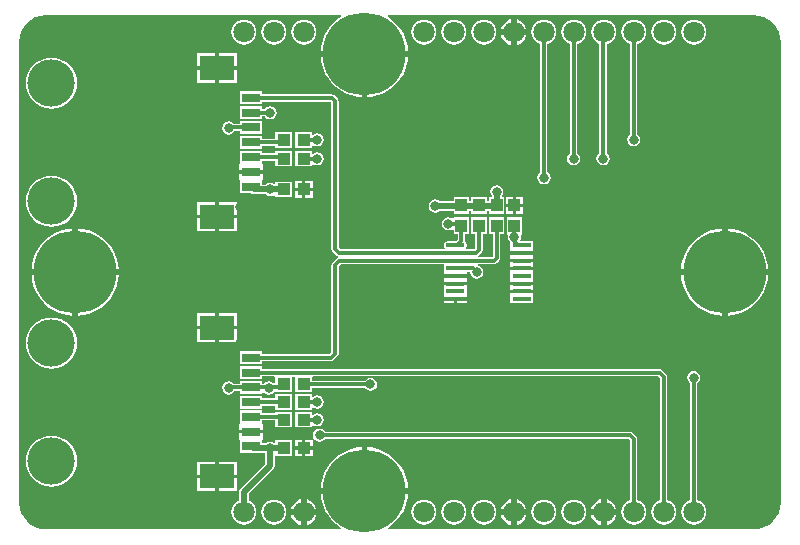
<source format=gtl>
G04 Layer_Physical_Order=1*
G04 Layer_Color=255*
%FSLAX44Y44*%
%MOMM*%
G71*
G01*
G75*
%ADD10R,1.1000X1.0000*%
%ADD11R,1.0000X1.1000*%
%ADD12R,1.6000X0.8000*%
%ADD13R,3.0000X2.1000*%
G04:AMPARAMS|DCode=14|XSize=1.6mm|YSize=0.35mm|CornerRadius=0.0875mm|HoleSize=0mm|Usage=FLASHONLY|Rotation=0.000|XOffset=0mm|YOffset=0mm|HoleType=Round|Shape=RoundedRectangle|*
%AMROUNDEDRECTD14*
21,1,1.6000,0.1750,0,0,0.0*
21,1,1.4250,0.3500,0,0,0.0*
1,1,0.1750,0.7125,-0.0875*
1,1,0.1750,-0.7125,-0.0875*
1,1,0.1750,-0.7125,0.0875*
1,1,0.1750,0.7125,0.0875*
%
%ADD14ROUNDEDRECTD14*%
%ADD15R,1.6000X0.3500*%
%ADD16C,0.3000*%
%ADD17C,0.5000*%
%ADD18C,7.0000*%
%ADD19C,4.0000*%
%ADD20C,1.8000*%
%ADD21C,0.8000*%
G36*
X629386Y217049D02*
X633603Y215770D01*
X637490Y213692D01*
X640897Y210897D01*
X643692Y207490D01*
X645770Y203603D01*
X647049Y199386D01*
X647471Y195102D01*
X647451Y195000D01*
Y-195000D01*
X647471Y-195102D01*
X647049Y-199386D01*
X645770Y-203603D01*
X643692Y-207490D01*
X640897Y-210897D01*
X637490Y-213692D01*
X633603Y-215770D01*
X629386Y-217049D01*
X625102Y-217471D01*
X625000Y-217451D01*
X315198D01*
X314853Y-216229D01*
X316815Y-215026D01*
X321244Y-211244D01*
X325026Y-206815D01*
X328069Y-201850D01*
X330298Y-196469D01*
X331657Y-190806D01*
X331918Y-187500D01*
X295000D01*
X258082D01*
X258342Y-190806D01*
X259702Y-196469D01*
X261931Y-201850D01*
X264974Y-206815D01*
X268756Y-211244D01*
X273185Y-215026D01*
X275147Y-216229D01*
X274802Y-217451D01*
X25000D01*
X24898Y-217471D01*
X20614Y-217049D01*
X16397Y-215770D01*
X12510Y-213692D01*
X9103Y-210897D01*
X6308Y-207490D01*
X4230Y-203603D01*
X2951Y-199386D01*
X2529Y-195102D01*
X2549Y-195000D01*
Y195000D01*
X2529Y195102D01*
X2951Y199386D01*
X4230Y203603D01*
X6308Y207490D01*
X9103Y210897D01*
X12510Y213692D01*
X16397Y215770D01*
X20614Y217049D01*
X24898Y217471D01*
X25000Y217451D01*
X274802D01*
X275147Y216229D01*
X273185Y215026D01*
X268756Y211244D01*
X264974Y206815D01*
X261931Y201850D01*
X259702Y196469D01*
X258342Y190806D01*
X258082Y187500D01*
X295000D01*
X331918D01*
X331657Y190806D01*
X330298Y196469D01*
X328069Y201850D01*
X325026Y206815D01*
X321244Y211244D01*
X316815Y215026D01*
X314853Y216229D01*
X315198Y217451D01*
X625000D01*
X625102Y217471D01*
X629386Y217049D01*
D02*
G37*
%LPC*%
G36*
X250500Y-103500D02*
X236500D01*
Y-116500D01*
X250500D01*
Y-115135D01*
X251770Y-114457D01*
X252854Y-115181D01*
X255000Y-115608D01*
X257146Y-115181D01*
X258965Y-113965D01*
X260181Y-112146D01*
X260608Y-110000D01*
X260181Y-107854D01*
X258965Y-106035D01*
X257146Y-104819D01*
X255000Y-104392D01*
X252854Y-104819D01*
X251770Y-105543D01*
X250500Y-104865D01*
Y-103500D01*
D02*
G37*
G36*
Y-118500D02*
X236500D01*
Y-131500D01*
X250500D01*
Y-130135D01*
X251770Y-129457D01*
X252854Y-130181D01*
X255000Y-130608D01*
X257146Y-130181D01*
X258965Y-128965D01*
X260181Y-127146D01*
X260608Y-125000D01*
X260181Y-122854D01*
X258965Y-121035D01*
X257146Y-119819D01*
X255000Y-119392D01*
X252854Y-119819D01*
X251770Y-120543D01*
X250500Y-119865D01*
Y-118500D01*
D02*
G37*
G36*
X208500Y-117000D02*
X189500D01*
Y-127730D01*
X189500Y-127937D01*
X189000Y-129000D01*
X189000Y-129063D01*
Y-133500D01*
X199000D01*
X209000D01*
Y-129063D01*
X209000Y-129000D01*
X208500Y-127937D01*
X208500Y-127730D01*
Y-125559D01*
X219500D01*
Y-131500D01*
X233500D01*
Y-118500D01*
X219500D01*
Y-119441D01*
X208500D01*
Y-117000D01*
D02*
G37*
G36*
X168500Y-48500D02*
X153000D01*
Y-59500D01*
X168500D01*
Y-48500D01*
D02*
G37*
G36*
X30000Y-38396D02*
X25785Y-38811D01*
X21732Y-40040D01*
X17997Y-42037D01*
X14724Y-44724D01*
X12037Y-47997D01*
X10041Y-51733D01*
X8811Y-55785D01*
X8396Y-60000D01*
X8811Y-64215D01*
X10041Y-68267D01*
X12037Y-72003D01*
X14724Y-75276D01*
X17997Y-77963D01*
X21732Y-79960D01*
X25785Y-81189D01*
X30000Y-81604D01*
X34215Y-81189D01*
X38268Y-79960D01*
X42003Y-77963D01*
X45276Y-75276D01*
X47963Y-72003D01*
X49960Y-68267D01*
X51189Y-64215D01*
X51604Y-60000D01*
X51189Y-55785D01*
X49960Y-51733D01*
X47963Y-47997D01*
X45276Y-44724D01*
X42003Y-42037D01*
X38268Y-40040D01*
X34215Y-38811D01*
X30000Y-38396D01*
D02*
G37*
G36*
X233500Y-103500D02*
X219500D01*
Y-106941D01*
X208500D01*
Y-104500D01*
X189500D01*
Y-115500D01*
X208500D01*
Y-113059D01*
X219500D01*
Y-116500D01*
X233500D01*
Y-103500D01*
D02*
G37*
G36*
X187000Y-160500D02*
X171500D01*
Y-171500D01*
X187000D01*
Y-160500D01*
D02*
G37*
G36*
X168500D02*
X153000D01*
Y-171500D01*
X168500D01*
Y-160500D01*
D02*
G37*
G36*
X30000Y-138396D02*
X25785Y-138811D01*
X21732Y-140041D01*
X17997Y-142037D01*
X14724Y-144724D01*
X12037Y-147998D01*
X10041Y-151733D01*
X8811Y-155785D01*
X8396Y-160000D01*
X8811Y-164215D01*
X10041Y-168267D01*
X12037Y-172003D01*
X14724Y-175276D01*
X17997Y-177963D01*
X21732Y-179960D01*
X25785Y-181189D01*
X30000Y-181604D01*
X34215Y-181189D01*
X38268Y-179960D01*
X42003Y-177963D01*
X45276Y-175276D01*
X47963Y-172003D01*
X49960Y-168267D01*
X51189Y-164215D01*
X51604Y-160000D01*
X51189Y-155785D01*
X49960Y-151733D01*
X47963Y-147998D01*
X45276Y-144724D01*
X42003Y-142037D01*
X38268Y-140041D01*
X34215Y-138811D01*
X30000Y-138396D01*
D02*
G37*
G36*
X242000Y-150500D02*
X236000D01*
Y-156000D01*
X242000D01*
Y-150500D01*
D02*
G37*
G36*
X251000Y-142000D02*
X245000D01*
Y-147500D01*
X251000D01*
Y-142000D01*
D02*
G37*
G36*
X242000D02*
X236000D01*
Y-147500D01*
X242000D01*
Y-142000D01*
D02*
G37*
G36*
X251000Y-150500D02*
X245000D01*
Y-156000D01*
X251000D01*
Y-150500D01*
D02*
G37*
G36*
X438000Y-17750D02*
X418000D01*
Y-20000D01*
X418500D01*
Y-26000D01*
X437500D01*
Y-20000D01*
X438000D01*
Y-17750D01*
D02*
G37*
G36*
X382000Y-24250D02*
X373500D01*
Y-26500D01*
X382000D01*
Y-24250D01*
D02*
G37*
G36*
X370500D02*
X362000D01*
Y-26500D01*
X370500D01*
Y-24250D01*
D02*
G37*
G36*
X382000Y-4750D02*
X362000D01*
Y-7000D01*
Y-8250D01*
X382000D01*
Y-7000D01*
Y-4750D01*
D02*
G37*
G36*
X438000Y-11250D02*
X418000D01*
Y-13500D01*
Y-14750D01*
X438000D01*
Y-13500D01*
Y-11250D01*
D02*
G37*
G36*
X382000D02*
X362000D01*
Y-13500D01*
X362500D01*
Y-19000D01*
X362000D01*
Y-21250D01*
X382000D01*
Y-19000D01*
X381500D01*
Y-13500D01*
X382000D01*
Y-11250D01*
D02*
G37*
G36*
X636918Y-2500D02*
X602500D01*
Y-36918D01*
X605806Y-36658D01*
X611469Y-35298D01*
X616850Y-33069D01*
X621815Y-30026D01*
X626244Y-26244D01*
X630026Y-21815D01*
X633069Y-16850D01*
X635298Y-11469D01*
X636657Y-5806D01*
X636918Y-2500D01*
D02*
G37*
G36*
X187000Y-34500D02*
X171500D01*
Y-45500D01*
X187000D01*
Y-34500D01*
D02*
G37*
G36*
X168500D02*
X153000D01*
Y-45500D01*
X168500D01*
Y-34500D01*
D02*
G37*
G36*
X187000Y-48500D02*
X171500D01*
Y-59500D01*
X187000D01*
Y-48500D01*
D02*
G37*
G36*
X86918Y-2500D02*
X52500D01*
Y-36918D01*
X55806Y-36658D01*
X61469Y-35298D01*
X66850Y-33069D01*
X71815Y-30026D01*
X76244Y-26244D01*
X80026Y-21815D01*
X83069Y-16850D01*
X85298Y-11469D01*
X86657Y-5806D01*
X86918Y-2500D01*
D02*
G37*
G36*
X47500D02*
X13082D01*
X13342Y-5806D01*
X14702Y-11469D01*
X16931Y-16850D01*
X19974Y-21815D01*
X23756Y-26244D01*
X28185Y-30026D01*
X33150Y-33069D01*
X38531Y-35298D01*
X44194Y-36658D01*
X47500Y-36918D01*
Y-2500D01*
D02*
G37*
G36*
X597500Y-2500D02*
X563082D01*
X563343Y-5806D01*
X564702Y-11469D01*
X566931Y-16850D01*
X569974Y-21815D01*
X573756Y-26244D01*
X578185Y-30026D01*
X583150Y-33069D01*
X588531Y-35298D01*
X594194Y-36658D01*
X597500Y-36918D01*
Y-2500D01*
D02*
G37*
G36*
X370600Y-192609D02*
X367859Y-192970D01*
X365305Y-194028D01*
X363111Y-195711D01*
X361428Y-197905D01*
X360370Y-200459D01*
X360009Y-203200D01*
X360370Y-205941D01*
X361428Y-208495D01*
X363111Y-210689D01*
X365305Y-212372D01*
X367859Y-213430D01*
X370600Y-213791D01*
X373341Y-213430D01*
X375895Y-212372D01*
X378089Y-210689D01*
X379772Y-208495D01*
X380830Y-205941D01*
X381191Y-203200D01*
X380830Y-200459D01*
X379772Y-197905D01*
X378089Y-195711D01*
X375895Y-194028D01*
X373341Y-192970D01*
X370600Y-192609D01*
D02*
G37*
G36*
X345200D02*
X342459Y-192970D01*
X339905Y-194028D01*
X337711Y-195711D01*
X336028Y-197905D01*
X334970Y-200459D01*
X334609Y-203200D01*
X334970Y-205941D01*
X336028Y-208495D01*
X337711Y-210689D01*
X339905Y-212372D01*
X342459Y-213430D01*
X345200Y-213791D01*
X347941Y-213430D01*
X350495Y-212372D01*
X352689Y-210689D01*
X354372Y-208495D01*
X355430Y-205941D01*
X355791Y-203200D01*
X355430Y-200459D01*
X354372Y-197905D01*
X352689Y-195711D01*
X350495Y-194028D01*
X347941Y-192970D01*
X345200Y-192609D01*
D02*
G37*
G36*
X218200D02*
X215459Y-192970D01*
X212905Y-194028D01*
X210711Y-195711D01*
X209028Y-197905D01*
X207970Y-200459D01*
X207609Y-203200D01*
X207970Y-205941D01*
X209028Y-208495D01*
X210711Y-210689D01*
X212905Y-212372D01*
X215459Y-213430D01*
X218200Y-213791D01*
X220941Y-213430D01*
X223495Y-212372D01*
X225689Y-210689D01*
X227372Y-208495D01*
X228430Y-205941D01*
X228791Y-203200D01*
X228430Y-200459D01*
X227372Y-197905D01*
X225689Y-195711D01*
X223495Y-194028D01*
X220941Y-192970D01*
X218200Y-192609D01*
D02*
G37*
G36*
X472200D02*
X469459Y-192970D01*
X466905Y-194028D01*
X464711Y-195711D01*
X463028Y-197905D01*
X461970Y-200459D01*
X461609Y-203200D01*
X461970Y-205941D01*
X463028Y-208495D01*
X464711Y-210689D01*
X466905Y-212372D01*
X469459Y-213430D01*
X472200Y-213791D01*
X474941Y-213430D01*
X477495Y-212372D01*
X479689Y-210689D01*
X481372Y-208495D01*
X482430Y-205941D01*
X482791Y-203200D01*
X482430Y-200459D01*
X481372Y-197905D01*
X479689Y-195711D01*
X477495Y-194028D01*
X474941Y-192970D01*
X472200Y-192609D01*
D02*
G37*
G36*
X446800D02*
X444059Y-192970D01*
X441505Y-194028D01*
X439311Y-195711D01*
X437628Y-197905D01*
X436570Y-200459D01*
X436209Y-203200D01*
X436570Y-205941D01*
X437628Y-208495D01*
X439311Y-210689D01*
X441505Y-212372D01*
X444059Y-213430D01*
X446800Y-213791D01*
X449541Y-213430D01*
X452095Y-212372D01*
X454289Y-210689D01*
X455972Y-208495D01*
X457030Y-205941D01*
X457391Y-203200D01*
X457030Y-200459D01*
X455972Y-197905D01*
X454289Y-195711D01*
X452095Y-194028D01*
X449541Y-192970D01*
X446800Y-192609D01*
D02*
G37*
G36*
X396000D02*
X393259Y-192970D01*
X390705Y-194028D01*
X388511Y-195711D01*
X386828Y-197905D01*
X385770Y-200459D01*
X385409Y-203200D01*
X385770Y-205941D01*
X386828Y-208495D01*
X388511Y-210689D01*
X390705Y-212372D01*
X393259Y-213430D01*
X396000Y-213791D01*
X398741Y-213430D01*
X401295Y-212372D01*
X403489Y-210689D01*
X405172Y-208495D01*
X406230Y-205941D01*
X406591Y-203200D01*
X406230Y-200459D01*
X405172Y-197905D01*
X403489Y-195711D01*
X401295Y-194028D01*
X398741Y-192970D01*
X396000Y-192609D01*
D02*
G37*
G36*
X209000Y-136500D02*
X199000D01*
X189000D01*
Y-140937D01*
X189000Y-141000D01*
X189500Y-142063D01*
X189500Y-142270D01*
Y-153000D01*
X200106D01*
X200500Y-153078D01*
X210922D01*
Y-162311D01*
X189916Y-183316D01*
X189032Y-184639D01*
X188722Y-186200D01*
X188722Y-186200D01*
Y-193524D01*
X187505Y-194028D01*
X185311Y-195711D01*
X183628Y-197905D01*
X182570Y-200459D01*
X182209Y-203200D01*
X182570Y-205941D01*
X183628Y-208495D01*
X185311Y-210689D01*
X187505Y-212372D01*
X190059Y-213430D01*
X192800Y-213791D01*
X195541Y-213430D01*
X198095Y-212372D01*
X200289Y-210689D01*
X201972Y-208495D01*
X203030Y-205941D01*
X203391Y-203200D01*
X203030Y-200459D01*
X201972Y-197905D01*
X200289Y-195711D01*
X198095Y-194028D01*
X196878Y-193524D01*
Y-187889D01*
X217884Y-166884D01*
X217884Y-166884D01*
X218768Y-165561D01*
X219078Y-164000D01*
Y-156595D01*
X219500Y-155500D01*
X233500D01*
Y-142500D01*
X219500D01*
Y-143865D01*
X218230Y-144543D01*
X217146Y-143819D01*
X215000Y-143392D01*
X212854Y-143819D01*
X211204Y-144922D01*
X208500D01*
Y-142270D01*
X208500Y-142063D01*
X209000Y-141000D01*
X209000Y-140937D01*
Y-136500D01*
D02*
G37*
G36*
X508366Y-205700D02*
X500100D01*
Y-213966D01*
X500472Y-213917D01*
X503147Y-212808D01*
X505445Y-211045D01*
X507209Y-208748D01*
X508317Y-206072D01*
X508366Y-205700D01*
D02*
G37*
G36*
X432166D02*
X423900D01*
Y-213966D01*
X424272Y-213917D01*
X426947Y-212808D01*
X429245Y-211045D01*
X431008Y-208748D01*
X432117Y-206072D01*
X432166Y-205700D01*
D02*
G37*
G36*
X254366D02*
X246100D01*
Y-213966D01*
X246472Y-213917D01*
X249147Y-212808D01*
X251445Y-211045D01*
X253209Y-208748D01*
X254317Y-206072D01*
X254366Y-205700D01*
D02*
G37*
G36*
X495100D02*
X486834D01*
X486883Y-206072D01*
X487991Y-208748D01*
X489755Y-211045D01*
X492053Y-212808D01*
X494728Y-213917D01*
X495100Y-213966D01*
Y-205700D01*
D02*
G37*
G36*
X418900D02*
X410634D01*
X410683Y-206072D01*
X411791Y-208748D01*
X413555Y-211045D01*
X415853Y-212808D01*
X418528Y-213917D01*
X418900Y-213966D01*
Y-205700D01*
D02*
G37*
G36*
X241100D02*
X232834D01*
X232883Y-206072D01*
X233992Y-208748D01*
X235755Y-211045D01*
X238053Y-212808D01*
X240728Y-213917D01*
X241100Y-213966D01*
Y-205700D01*
D02*
G37*
G36*
X168500Y-174500D02*
X153000D01*
Y-185500D01*
X168500D01*
Y-174500D01*
D02*
G37*
G36*
X246100Y-192434D02*
Y-200700D01*
X254366D01*
X254317Y-200328D01*
X253209Y-197652D01*
X251445Y-195355D01*
X249147Y-193591D01*
X246472Y-192483D01*
X246100Y-192434D01*
D02*
G37*
G36*
X500100D02*
Y-200700D01*
X508366D01*
X508317Y-200328D01*
X507209Y-197652D01*
X505445Y-195355D01*
X503147Y-193591D01*
X500472Y-192483D01*
X500100Y-192434D01*
D02*
G37*
G36*
X297500Y-148082D02*
Y-182500D01*
X331918D01*
X331657Y-179194D01*
X330298Y-173531D01*
X328069Y-168150D01*
X325026Y-163185D01*
X321244Y-158756D01*
X316815Y-154974D01*
X311850Y-151931D01*
X306469Y-149702D01*
X300806Y-148343D01*
X297500Y-148082D01*
D02*
G37*
G36*
X292500Y-148082D02*
X289194Y-148343D01*
X283531Y-149702D01*
X278150Y-151931D01*
X273185Y-154974D01*
X268756Y-158756D01*
X264974Y-163185D01*
X261931Y-168150D01*
X259702Y-173531D01*
X258342Y-179194D01*
X258082Y-182500D01*
X292500D01*
Y-148082D01*
D02*
G37*
G36*
X187000Y-174500D02*
X171500D01*
Y-185500D01*
X187000D01*
Y-174500D01*
D02*
G37*
G36*
X423900Y-192434D02*
Y-200700D01*
X432166D01*
X432117Y-200328D01*
X431008Y-197652D01*
X429245Y-195355D01*
X426947Y-193591D01*
X424272Y-192483D01*
X423900Y-192434D01*
D02*
G37*
G36*
X573800Y-83592D02*
X571654Y-84019D01*
X569835Y-85235D01*
X568619Y-87054D01*
X568192Y-89200D01*
X568619Y-91346D01*
X569835Y-93165D01*
X570741Y-93771D01*
Y-193102D01*
X568505Y-194028D01*
X566311Y-195711D01*
X564628Y-197905D01*
X563570Y-200459D01*
X563209Y-203200D01*
X563570Y-205941D01*
X564628Y-208495D01*
X566311Y-210689D01*
X568505Y-212372D01*
X571059Y-213430D01*
X573800Y-213791D01*
X576541Y-213430D01*
X579095Y-212372D01*
X581289Y-210689D01*
X582972Y-208495D01*
X584030Y-205941D01*
X584391Y-203200D01*
X584030Y-200459D01*
X582972Y-197905D01*
X581289Y-195711D01*
X579095Y-194028D01*
X576859Y-193102D01*
Y-93771D01*
X577765Y-93165D01*
X578981Y-91346D01*
X579408Y-89200D01*
X578981Y-87054D01*
X577765Y-85235D01*
X575946Y-84019D01*
X573800Y-83592D01*
D02*
G37*
G36*
X208500Y-79500D02*
X189500D01*
Y-90500D01*
X208500D01*
Y-88059D01*
X218413D01*
X219500Y-88500D01*
X219500Y-89329D01*
Y-94441D01*
X218237D01*
X217965Y-94035D01*
X216146Y-92819D01*
X214000Y-92392D01*
X211854Y-92819D01*
X210035Y-94035D01*
X209763Y-94441D01*
X208500D01*
Y-92000D01*
X189500D01*
Y-94441D01*
X184237D01*
X183965Y-94035D01*
X182146Y-92819D01*
X180000Y-92392D01*
X177854Y-92819D01*
X176035Y-94035D01*
X174819Y-95854D01*
X174392Y-98000D01*
X174819Y-100146D01*
X176035Y-101965D01*
X177854Y-103181D01*
X180000Y-103608D01*
X182146Y-103181D01*
X183965Y-101965D01*
X184905Y-100559D01*
X189500D01*
Y-103000D01*
X208500D01*
Y-101954D01*
X209770Y-101569D01*
X210035Y-101965D01*
X211854Y-103181D01*
X214000Y-103608D01*
X216146Y-103181D01*
X217965Y-101965D01*
X218248Y-101543D01*
X219500Y-101500D01*
Y-101500D01*
X233500D01*
X233500Y-88500D01*
X234587Y-88059D01*
X235413D01*
X236500Y-88500D01*
X236500Y-89329D01*
Y-101500D01*
X250500D01*
Y-98059D01*
X295429D01*
X296035Y-98965D01*
X297854Y-100181D01*
X300000Y-100608D01*
X302146Y-100181D01*
X303965Y-98965D01*
X305181Y-97146D01*
X305608Y-95000D01*
X305181Y-92854D01*
X303965Y-91035D01*
X302146Y-89819D01*
X300000Y-89392D01*
X297854Y-89819D01*
X296035Y-91035D01*
X295429Y-91941D01*
X251398D01*
X250500Y-91043D01*
X250500Y-88500D01*
X251587Y-88059D01*
X543733D01*
X545341Y-89667D01*
Y-193102D01*
X543105Y-194028D01*
X540911Y-195711D01*
X539228Y-197905D01*
X538170Y-200459D01*
X537809Y-203200D01*
X538170Y-205941D01*
X539228Y-208495D01*
X540911Y-210689D01*
X543105Y-212372D01*
X545659Y-213430D01*
X548400Y-213791D01*
X551141Y-213430D01*
X553695Y-212372D01*
X555889Y-210689D01*
X557572Y-208495D01*
X558630Y-205941D01*
X558991Y-203200D01*
X558630Y-200459D01*
X557572Y-197905D01*
X555889Y-195711D01*
X553695Y-194028D01*
X551459Y-193102D01*
Y-88400D01*
X551459Y-88400D01*
X551226Y-87229D01*
X550563Y-86237D01*
X550563Y-86237D01*
X547163Y-82837D01*
X546171Y-82174D01*
X545000Y-81941D01*
X545000Y-81941D01*
X208500D01*
Y-79500D01*
D02*
G37*
G36*
X257000Y-132392D02*
X254854Y-132819D01*
X253035Y-134035D01*
X251819Y-135854D01*
X251392Y-138000D01*
X251819Y-140146D01*
X253035Y-141965D01*
X254854Y-143181D01*
X257000Y-143608D01*
X259146Y-143181D01*
X260965Y-141965D01*
X261571Y-141059D01*
X518733D01*
X519941Y-142267D01*
Y-193102D01*
X517705Y-194028D01*
X515511Y-195711D01*
X513828Y-197905D01*
X512770Y-200459D01*
X512409Y-203200D01*
X512770Y-205941D01*
X513828Y-208495D01*
X515511Y-210689D01*
X517705Y-212372D01*
X520259Y-213430D01*
X523000Y-213791D01*
X525741Y-213430D01*
X528295Y-212372D01*
X530489Y-210689D01*
X532172Y-208495D01*
X533230Y-205941D01*
X533591Y-203200D01*
X533230Y-200459D01*
X532172Y-197905D01*
X530489Y-195711D01*
X528295Y-194028D01*
X526059Y-193102D01*
Y-141000D01*
X526059Y-141000D01*
X525826Y-139830D01*
X525163Y-138837D01*
X525163Y-138837D01*
X522163Y-135837D01*
X521171Y-135174D01*
X520000Y-134941D01*
X520000Y-134941D01*
X261571D01*
X260965Y-134035D01*
X259146Y-132819D01*
X257000Y-132392D01*
D02*
G37*
G36*
X495100Y-192434D02*
X494728Y-192483D01*
X492053Y-193591D01*
X489755Y-195355D01*
X487991Y-197652D01*
X486883Y-200328D01*
X486834Y-200700D01*
X495100D01*
Y-192434D01*
D02*
G37*
G36*
X241100D02*
X240728Y-192483D01*
X238053Y-193591D01*
X235755Y-195355D01*
X233992Y-197652D01*
X232883Y-200328D01*
X232834Y-200700D01*
X241100D01*
Y-192434D01*
D02*
G37*
G36*
X418900D02*
X418528Y-192483D01*
X415853Y-193591D01*
X413555Y-195355D01*
X411791Y-197652D01*
X410683Y-200328D01*
X410634Y-200700D01*
X418900D01*
Y-192434D01*
D02*
G37*
G36*
X438000Y1750D02*
X418000D01*
Y-500D01*
X418500D01*
Y-6000D01*
X418000D01*
Y-8250D01*
X438000D01*
Y-6000D01*
X437500D01*
Y-500D01*
X438000D01*
Y1750D01*
D02*
G37*
G36*
X331918Y182500D02*
X297500D01*
Y148082D01*
X300806Y148343D01*
X306469Y149702D01*
X311850Y151931D01*
X316815Y154974D01*
X321244Y158756D01*
X325026Y163185D01*
X328069Y168150D01*
X330298Y173531D01*
X331657Y179194D01*
X331918Y182500D01*
D02*
G37*
G36*
X292500D02*
X258082D01*
X258342Y179194D01*
X259702Y173531D01*
X261931Y168150D01*
X264974Y163185D01*
X268756Y158756D01*
X273185Y154974D01*
X278150Y151931D01*
X283531Y149702D01*
X289194Y148343D01*
X292500Y148082D01*
Y182500D01*
D02*
G37*
G36*
X30000Y181604D02*
X25785Y181189D01*
X21732Y179960D01*
X17997Y177963D01*
X14724Y175276D01*
X12037Y172003D01*
X10041Y168267D01*
X8811Y164215D01*
X8396Y160000D01*
X8811Y155785D01*
X10041Y151733D01*
X12037Y147998D01*
X14724Y144724D01*
X17997Y142037D01*
X21732Y140041D01*
X25785Y138811D01*
X30000Y138396D01*
X34215Y138811D01*
X38268Y140041D01*
X42003Y142037D01*
X45276Y144724D01*
X47963Y147998D01*
X49960Y151733D01*
X51189Y155785D01*
X51604Y160000D01*
X51189Y164215D01*
X49960Y168267D01*
X47963Y172003D01*
X45276Y175276D01*
X42003Y177963D01*
X38268Y179960D01*
X34215Y181189D01*
X30000Y181604D01*
D02*
G37*
G36*
X168500Y185500D02*
X153000D01*
Y174500D01*
X168500D01*
Y185500D01*
D02*
G37*
G36*
X187000Y171500D02*
X171500D01*
Y160500D01*
X187000D01*
Y171500D01*
D02*
G37*
G36*
X168500D02*
X153000D01*
Y160500D01*
X168500D01*
Y171500D01*
D02*
G37*
G36*
X215000Y140608D02*
X212854Y140181D01*
X211035Y138965D01*
X210429Y138059D01*
X208500D01*
Y140500D01*
X189500D01*
Y129500D01*
X208500D01*
Y131941D01*
X210429D01*
X211035Y131035D01*
X212854Y129819D01*
X215000Y129392D01*
X217146Y129819D01*
X218965Y131035D01*
X220181Y132854D01*
X220608Y135000D01*
X220181Y137146D01*
X218965Y138965D01*
X217146Y140181D01*
X215000Y140608D01*
D02*
G37*
G36*
X250500Y118500D02*
X236500D01*
Y105500D01*
X250500D01*
Y106865D01*
X251770Y107543D01*
X252854Y106819D01*
X255000Y106392D01*
X257146Y106819D01*
X258965Y108035D01*
X260181Y109854D01*
X260608Y112000D01*
X260181Y114146D01*
X258965Y115965D01*
X257146Y117181D01*
X255000Y117608D01*
X252854Y117181D01*
X251770Y116457D01*
X250500Y117135D01*
Y118500D01*
D02*
G37*
G36*
X497600Y213791D02*
X494859Y213430D01*
X492305Y212372D01*
X490111Y210689D01*
X488428Y208495D01*
X487370Y205941D01*
X487009Y203200D01*
X487370Y200459D01*
X488428Y197905D01*
X490111Y195711D01*
X492305Y194028D01*
X493941Y193350D01*
Y100571D01*
X493035Y99965D01*
X491819Y98146D01*
X491392Y96000D01*
X491819Y93854D01*
X493035Y92035D01*
X494854Y90819D01*
X497000Y90392D01*
X499146Y90819D01*
X500965Y92035D01*
X502181Y93854D01*
X502608Y96000D01*
X502181Y98146D01*
X500965Y99965D01*
X500059Y100571D01*
Y192933D01*
X500341Y192970D01*
X502895Y194028D01*
X505089Y195711D01*
X506772Y197905D01*
X507830Y200459D01*
X508191Y203200D01*
X507830Y205941D01*
X506772Y208495D01*
X505089Y210689D01*
X502895Y212372D01*
X500341Y213430D01*
X497600Y213791D01*
D02*
G37*
G36*
X472200D02*
X469459Y213430D01*
X466905Y212372D01*
X464711Y210689D01*
X463028Y208495D01*
X461970Y205941D01*
X461609Y203200D01*
X461970Y200459D01*
X463028Y197905D01*
X464711Y195711D01*
X466905Y194028D01*
X468941Y193185D01*
Y100571D01*
X468035Y99965D01*
X466819Y98146D01*
X466392Y96000D01*
X466819Y93854D01*
X468035Y92035D01*
X469854Y90819D01*
X472000Y90392D01*
X474146Y90819D01*
X475965Y92035D01*
X477181Y93854D01*
X477608Y96000D01*
X477181Y98146D01*
X475965Y99965D01*
X475059Y100571D01*
Y193019D01*
X477495Y194028D01*
X479689Y195711D01*
X481372Y197905D01*
X482430Y200459D01*
X482791Y203200D01*
X482430Y205941D01*
X481372Y208495D01*
X479689Y210689D01*
X477495Y212372D01*
X474941Y213430D01*
X472200Y213791D01*
D02*
G37*
G36*
X208500Y128000D02*
X189500D01*
Y125559D01*
X184237D01*
X183965Y125965D01*
X182146Y127181D01*
X180000Y127608D01*
X177854Y127181D01*
X176035Y125965D01*
X174819Y124146D01*
X174392Y122000D01*
X174819Y119854D01*
X176035Y118035D01*
X177854Y116819D01*
X180000Y116392D01*
X182146Y116819D01*
X183965Y118035D01*
X184905Y119441D01*
X189500D01*
Y117000D01*
X208500D01*
Y128000D01*
D02*
G37*
G36*
X233500Y118500D02*
X219500D01*
Y113059D01*
X208500D01*
Y115500D01*
X189500D01*
Y104500D01*
X208500D01*
Y106941D01*
X219500D01*
Y105500D01*
X233500D01*
Y118500D01*
D02*
G37*
G36*
X523000Y213791D02*
X520259Y213430D01*
X517705Y212372D01*
X515511Y210689D01*
X513828Y208495D01*
X512770Y205941D01*
X512409Y203200D01*
X512770Y200459D01*
X513828Y197905D01*
X515511Y195711D01*
X517705Y194028D01*
X519941Y193102D01*
Y116571D01*
X519035Y115965D01*
X517819Y114146D01*
X517392Y112000D01*
X517819Y109854D01*
X519035Y108035D01*
X520854Y106819D01*
X523000Y106392D01*
X525146Y106819D01*
X526965Y108035D01*
X528181Y109854D01*
X528608Y112000D01*
X528181Y114146D01*
X526965Y115965D01*
X526059Y116571D01*
Y193102D01*
X528295Y194028D01*
X530489Y195711D01*
X532172Y197905D01*
X533230Y200459D01*
X533591Y203200D01*
X533230Y205941D01*
X532172Y208495D01*
X530489Y210689D01*
X528295Y212372D01*
X525741Y213430D01*
X523000Y213791D01*
D02*
G37*
G36*
X548400D02*
X545659Y213430D01*
X543105Y212372D01*
X540911Y210689D01*
X539228Y208495D01*
X538170Y205941D01*
X537809Y203200D01*
X538170Y200459D01*
X539228Y197905D01*
X540911Y195711D01*
X543105Y194028D01*
X545659Y192970D01*
X548400Y192609D01*
X551141Y192970D01*
X553695Y194028D01*
X555889Y195711D01*
X557572Y197905D01*
X558630Y200459D01*
X558991Y203200D01*
X558630Y205941D01*
X557572Y208495D01*
X555889Y210689D01*
X553695Y212372D01*
X551141Y213430D01*
X548400Y213791D01*
D02*
G37*
G36*
X396000D02*
X393259Y213430D01*
X390705Y212372D01*
X388511Y210689D01*
X386828Y208495D01*
X385770Y205941D01*
X385409Y203200D01*
X385770Y200459D01*
X386828Y197905D01*
X388511Y195711D01*
X390705Y194028D01*
X393259Y192970D01*
X396000Y192609D01*
X398741Y192970D01*
X401295Y194028D01*
X403489Y195711D01*
X405172Y197905D01*
X406230Y200459D01*
X406591Y203200D01*
X406230Y205941D01*
X405172Y208495D01*
X403489Y210689D01*
X401295Y212372D01*
X398741Y213430D01*
X396000Y213791D01*
D02*
G37*
G36*
X370600D02*
X367859Y213430D01*
X365305Y212372D01*
X363111Y210689D01*
X361428Y208495D01*
X360370Y205941D01*
X360009Y203200D01*
X360370Y200459D01*
X361428Y197905D01*
X363111Y195711D01*
X365305Y194028D01*
X367859Y192970D01*
X370600Y192609D01*
X373341Y192970D01*
X375895Y194028D01*
X378089Y195711D01*
X379772Y197905D01*
X380830Y200459D01*
X381191Y203200D01*
X380830Y205941D01*
X379772Y208495D01*
X378089Y210689D01*
X375895Y212372D01*
X373341Y213430D01*
X370600Y213791D01*
D02*
G37*
G36*
X423900Y213966D02*
Y205700D01*
X432166D01*
X432117Y206072D01*
X431008Y208748D01*
X429245Y211045D01*
X426947Y212808D01*
X424272Y213917D01*
X423900Y213966D01*
D02*
G37*
G36*
X418900Y213966D02*
X418528Y213917D01*
X415853Y212808D01*
X413555Y211045D01*
X411791Y208748D01*
X410683Y206072D01*
X410634Y205700D01*
X418900D01*
Y213966D01*
D02*
G37*
G36*
X573800Y213791D02*
X571059Y213430D01*
X568505Y212372D01*
X566311Y210689D01*
X564628Y208495D01*
X563570Y205941D01*
X563209Y203200D01*
X563570Y200459D01*
X564628Y197905D01*
X566311Y195711D01*
X568505Y194028D01*
X571059Y192970D01*
X573800Y192609D01*
X576541Y192970D01*
X579095Y194028D01*
X581289Y195711D01*
X582972Y197905D01*
X584030Y200459D01*
X584391Y203200D01*
X584030Y205941D01*
X582972Y208495D01*
X581289Y210689D01*
X579095Y212372D01*
X576541Y213430D01*
X573800Y213791D01*
D02*
G37*
G36*
X345200D02*
X342459Y213430D01*
X339905Y212372D01*
X337711Y210689D01*
X336028Y208495D01*
X334970Y205941D01*
X334609Y203200D01*
X334970Y200459D01*
X336028Y197905D01*
X337711Y195711D01*
X339905Y194028D01*
X342459Y192970D01*
X345200Y192609D01*
X347941Y192970D01*
X350495Y194028D01*
X352689Y195711D01*
X354372Y197905D01*
X355430Y200459D01*
X355791Y203200D01*
X355430Y205941D01*
X354372Y208495D01*
X352689Y210689D01*
X350495Y212372D01*
X347941Y213430D01*
X345200Y213791D01*
D02*
G37*
G36*
X418900Y200700D02*
X410634D01*
X410683Y200328D01*
X411791Y197652D01*
X413555Y195355D01*
X415853Y193591D01*
X418528Y192483D01*
X418900Y192434D01*
Y200700D01*
D02*
G37*
G36*
X432166D02*
X423900D01*
Y192434D01*
X424272Y192483D01*
X426947Y193591D01*
X429245Y195355D01*
X431008Y197652D01*
X432117Y200328D01*
X432166Y200700D01*
D02*
G37*
G36*
X187000Y185500D02*
X171500D01*
Y174500D01*
X187000D01*
Y185500D01*
D02*
G37*
G36*
X243600Y213791D02*
X240859Y213430D01*
X238305Y212372D01*
X236111Y210689D01*
X234428Y208495D01*
X233370Y205941D01*
X233009Y203200D01*
X233370Y200459D01*
X234428Y197905D01*
X236111Y195711D01*
X238305Y194028D01*
X240859Y192970D01*
X243600Y192609D01*
X246341Y192970D01*
X248895Y194028D01*
X251089Y195711D01*
X252772Y197905D01*
X253830Y200459D01*
X254191Y203200D01*
X253830Y205941D01*
X252772Y208495D01*
X251089Y210689D01*
X248895Y212372D01*
X246341Y213430D01*
X243600Y213791D01*
D02*
G37*
G36*
X218200D02*
X215459Y213430D01*
X212905Y212372D01*
X210711Y210689D01*
X209028Y208495D01*
X207970Y205941D01*
X207609Y203200D01*
X207970Y200459D01*
X209028Y197905D01*
X210711Y195711D01*
X212905Y194028D01*
X215459Y192970D01*
X218200Y192609D01*
X220941Y192970D01*
X223495Y194028D01*
X225689Y195711D01*
X227372Y197905D01*
X228430Y200459D01*
X228791Y203200D01*
X228430Y205941D01*
X227372Y208495D01*
X225689Y210689D01*
X223495Y212372D01*
X220941Y213430D01*
X218200Y213791D01*
D02*
G37*
G36*
X192800D02*
X190059Y213430D01*
X187505Y212372D01*
X185311Y210689D01*
X183628Y208495D01*
X182570Y205941D01*
X182209Y203200D01*
X182570Y200459D01*
X183628Y197905D01*
X185311Y195711D01*
X187505Y194028D01*
X190059Y192970D01*
X192800Y192609D01*
X195541Y192970D01*
X198095Y194028D01*
X200289Y195711D01*
X201972Y197905D01*
X203030Y200459D01*
X203391Y203200D01*
X203030Y205941D01*
X201972Y208495D01*
X200289Y210689D01*
X198095Y212372D01*
X195541Y213430D01*
X192800Y213791D01*
D02*
G37*
G36*
X187000Y45500D02*
X171500D01*
Y34500D01*
X187000D01*
Y45500D01*
D02*
G37*
G36*
X168500D02*
X153000D01*
Y34500D01*
X168500D01*
Y45500D01*
D02*
G37*
G36*
X428500Y46500D02*
X415500D01*
Y32500D01*
X415644D01*
X416637Y31230D01*
X416392Y30000D01*
X416819Y27854D01*
X418035Y26035D01*
X418500Y25724D01*
Y20000D01*
X418000D01*
Y17750D01*
X438000D01*
Y20000D01*
X437500D01*
Y26000D01*
X427469D01*
X426791Y27270D01*
X427181Y27854D01*
X427608Y30000D01*
X427363Y31230D01*
X428355Y32500D01*
X428500D01*
Y46500D01*
D02*
G37*
G36*
X187000Y59500D02*
X171500D01*
Y48500D01*
X187000D01*
Y59500D01*
D02*
G37*
G36*
X168500D02*
X153000D01*
Y48500D01*
X168500D01*
Y59500D01*
D02*
G37*
G36*
X30000Y81604D02*
X25785Y81189D01*
X21732Y79960D01*
X17997Y77963D01*
X14724Y75276D01*
X12037Y72003D01*
X10041Y68267D01*
X8811Y64215D01*
X8396Y60000D01*
X8811Y55785D01*
X10041Y51733D01*
X12037Y47997D01*
X14724Y44724D01*
X17997Y42037D01*
X21732Y40040D01*
X25785Y38811D01*
X30000Y38396D01*
X34215Y38811D01*
X38268Y40040D01*
X42003Y42037D01*
X45276Y44724D01*
X47963Y47997D01*
X49960Y51733D01*
X51189Y55785D01*
X51604Y60000D01*
X51189Y64215D01*
X49960Y68267D01*
X47963Y72003D01*
X45276Y75276D01*
X42003Y77963D01*
X38268Y79960D01*
X34215Y81189D01*
X30000Y81604D01*
D02*
G37*
G36*
X438000Y14750D02*
X418000D01*
Y12500D01*
Y11250D01*
X438000D01*
Y12500D01*
Y14750D01*
D02*
G37*
G36*
X47500Y36918D02*
X44194Y36658D01*
X38531Y35298D01*
X33150Y33069D01*
X28185Y30026D01*
X23756Y26244D01*
X19974Y21815D01*
X16931Y16850D01*
X14702Y11469D01*
X13342Y5806D01*
X13082Y2500D01*
X47500D01*
Y36918D01*
D02*
G37*
G36*
X602500Y36918D02*
Y2500D01*
X636918D01*
X636657Y5806D01*
X635298Y11469D01*
X633069Y16850D01*
X630026Y21815D01*
X626244Y26244D01*
X621815Y30026D01*
X616850Y33069D01*
X611469Y35298D01*
X605806Y36658D01*
X602500Y36918D01*
D02*
G37*
G36*
X597500Y36918D02*
X594194Y36658D01*
X588531Y35298D01*
X583150Y33069D01*
X578185Y30026D01*
X573756Y26244D01*
X569974Y21815D01*
X566931Y16850D01*
X564702Y11469D01*
X563343Y5806D01*
X563082Y2500D01*
X597500D01*
Y36918D01*
D02*
G37*
G36*
X208500Y153000D02*
X189500D01*
Y142000D01*
X208500D01*
Y144441D01*
X266233D01*
X266941Y143733D01*
Y20000D01*
X266941Y20000D01*
X267174Y18829D01*
X267837Y17837D01*
X271587Y14087D01*
X272158Y13706D01*
X272178Y13653D01*
X272178Y12347D01*
X272158Y12294D01*
X271587Y11913D01*
X271587Y11913D01*
X267837Y8163D01*
X267174Y7171D01*
X266941Y6000D01*
X266941Y6000D01*
Y-67733D01*
X265233Y-69441D01*
X208500D01*
Y-67000D01*
X189500D01*
Y-78000D01*
X208500D01*
Y-75559D01*
X266500D01*
X266500Y-75559D01*
X267670Y-75326D01*
X268663Y-74663D01*
X272163Y-71163D01*
X272163Y-71163D01*
X272826Y-70170D01*
X273059Y-69000D01*
X273059Y-69000D01*
Y4733D01*
X275017Y6691D01*
X361309D01*
X362500Y6500D01*
X362500Y5230D01*
Y500D01*
X362000D01*
Y-1750D01*
X382000D01*
Y191D01*
X384235D01*
X384392Y-0D01*
X384819Y-2146D01*
X386035Y-3965D01*
X387854Y-5181D01*
X390000Y-5608D01*
X392146Y-5181D01*
X393965Y-3965D01*
X395181Y-2146D01*
X395608Y0D01*
X395181Y2146D01*
X393965Y3965D01*
X392146Y5181D01*
X390938Y5421D01*
X391063Y6691D01*
X404750D01*
X404750Y6691D01*
X405920Y6924D01*
X406913Y7587D01*
X409163Y9837D01*
X409163Y9837D01*
X409826Y10829D01*
X410059Y12000D01*
X410059Y12000D01*
Y32500D01*
X413500D01*
Y46500D01*
X400500D01*
Y32500D01*
X403941D01*
Y13267D01*
X403483Y12809D01*
X391786D01*
X391400Y14079D01*
X391413Y14087D01*
X394163Y16837D01*
X394826Y17830D01*
X395059Y19000D01*
Y32500D01*
X398500D01*
Y46500D01*
X385500D01*
Y32500D01*
X388941D01*
Y20267D01*
X387983Y19309D01*
X381678D01*
X381657Y19330D01*
X381481Y19592D01*
X381243Y20770D01*
X381362Y20948D01*
X381547Y21875D01*
Y23625D01*
X381362Y24552D01*
X380837Y25337D01*
X380052Y25862D01*
X380036Y25886D01*
X380059Y26000D01*
X380059Y26000D01*
Y32500D01*
X383500D01*
Y46500D01*
X370500D01*
Y46135D01*
X369230Y45457D01*
X368146Y46181D01*
X366000Y46608D01*
X363854Y46181D01*
X362035Y44965D01*
X360819Y43146D01*
X360392Y41000D01*
X360819Y38854D01*
X362035Y37035D01*
X363854Y35819D01*
X366000Y35392D01*
X368146Y35819D01*
X369230Y36543D01*
X370500Y35865D01*
Y32500D01*
X373941D01*
Y27267D01*
X372721Y26047D01*
X364875D01*
X363948Y25862D01*
X363163Y25337D01*
X362638Y24552D01*
X362453Y23625D01*
Y21875D01*
X362638Y20948D01*
X362757Y20770D01*
X362519Y19592D01*
X362343Y19330D01*
X362322Y19309D01*
X275017D01*
X273059Y21267D01*
Y145000D01*
X273059Y145000D01*
X272826Y146171D01*
X272163Y147163D01*
X269663Y149663D01*
X268671Y150326D01*
X267500Y150559D01*
X267500Y150559D01*
X208500D01*
Y153000D01*
D02*
G37*
G36*
X438000Y8250D02*
X418000D01*
Y6000D01*
Y4750D01*
X438000D01*
Y6000D01*
Y8250D01*
D02*
G37*
G36*
X52500Y36918D02*
Y2500D01*
X86918D01*
X86657Y5806D01*
X85298Y11469D01*
X83069Y16850D01*
X80026Y21815D01*
X76244Y26244D01*
X71815Y30026D01*
X66850Y33069D01*
X61469Y35298D01*
X55806Y36658D01*
X52500Y36918D01*
D02*
G37*
G36*
X251000Y77000D02*
X245000D01*
Y71500D01*
X251000D01*
Y77000D01*
D02*
G37*
G36*
X242000D02*
X236000D01*
Y71500D01*
X242000D01*
Y77000D01*
D02*
G37*
G36*
X209000Y83500D02*
X199000D01*
X189000D01*
Y79063D01*
X189000Y79000D01*
X189500Y77937D01*
X189500Y77730D01*
Y67000D01*
X198790D01*
X199939Y66232D01*
X201500Y65922D01*
X201500Y65922D01*
X211204D01*
X212854Y64819D01*
X215000Y64392D01*
X217146Y64819D01*
X218230Y65543D01*
X219500Y64865D01*
Y63500D01*
X233500D01*
Y76500D01*
X219500D01*
Y75135D01*
X218230Y74457D01*
X217146Y75181D01*
X215000Y75608D01*
X212854Y75181D01*
X211204Y74078D01*
X208500D01*
Y77730D01*
X208500Y77937D01*
X209000Y79000D01*
X209000Y79063D01*
Y83500D01*
D02*
G37*
G36*
X250500Y102500D02*
X236500D01*
Y89500D01*
X250500D01*
Y90865D01*
X251770Y91544D01*
X252854Y90819D01*
X255000Y90392D01*
X257146Y90819D01*
X258965Y92035D01*
X260181Y93854D01*
X260608Y96000D01*
X260181Y98146D01*
X258965Y99965D01*
X257146Y101181D01*
X255000Y101608D01*
X252854Y101181D01*
X251770Y100457D01*
X250500Y101135D01*
Y102500D01*
D02*
G37*
G36*
X208500Y103000D02*
X189500D01*
Y92270D01*
X189500Y92063D01*
X189000Y91000D01*
X189000Y90937D01*
Y86500D01*
X199000D01*
X209000D01*
Y90937D01*
X209000Y91000D01*
X208500Y92063D01*
X208500Y92270D01*
Y94441D01*
X219500D01*
Y89500D01*
X233500D01*
Y102500D01*
X219500D01*
Y100559D01*
X208500D01*
Y103000D01*
D02*
G37*
G36*
X446800Y213791D02*
X444059Y213430D01*
X441505Y212372D01*
X439311Y210689D01*
X437628Y208495D01*
X436570Y205941D01*
X436209Y203200D01*
X436570Y200459D01*
X437628Y197905D01*
X439311Y195711D01*
X441505Y194028D01*
X443741Y193102D01*
Y84437D01*
X443035Y83965D01*
X441819Y82146D01*
X441392Y80000D01*
X441819Y77854D01*
X443035Y76035D01*
X444854Y74819D01*
X447000Y74392D01*
X449146Y74819D01*
X450965Y76035D01*
X452181Y77854D01*
X452608Y80000D01*
X452181Y82146D01*
X450965Y83965D01*
X449859Y84705D01*
Y193102D01*
X452095Y194028D01*
X454289Y195711D01*
X455972Y197905D01*
X457030Y200459D01*
X457391Y203200D01*
X457030Y205941D01*
X455972Y208495D01*
X454289Y210689D01*
X452095Y212372D01*
X449541Y213430D01*
X446800Y213791D01*
D02*
G37*
G36*
X251000Y68500D02*
X245000D01*
Y63000D01*
X251000D01*
Y68500D01*
D02*
G37*
G36*
X420500Y64000D02*
X415000D01*
Y58000D01*
X420500D01*
Y64000D01*
D02*
G37*
G36*
X429000Y55000D02*
X423500D01*
Y49000D01*
X429000D01*
Y55000D01*
D02*
G37*
G36*
X420500D02*
X415000D01*
Y49000D01*
X420500D01*
Y55000D01*
D02*
G37*
G36*
X242000Y68500D02*
X236000D01*
Y63000D01*
X242000D01*
Y68500D01*
D02*
G37*
G36*
X407000Y73608D02*
X404854Y73181D01*
X403035Y71965D01*
X401819Y70146D01*
X401392Y68000D01*
X401819Y65854D01*
X402543Y64770D01*
X401865Y63500D01*
X400500D01*
Y60078D01*
X398500D01*
Y63500D01*
X385500D01*
Y60078D01*
X383500D01*
Y63500D01*
X370500D01*
Y60078D01*
X358796D01*
X357146Y61181D01*
X355000Y61608D01*
X352854Y61181D01*
X351035Y59965D01*
X349819Y58146D01*
X349392Y56000D01*
X349819Y53854D01*
X351035Y52035D01*
X352854Y50819D01*
X355000Y50392D01*
X357146Y50819D01*
X358796Y51922D01*
X370500D01*
Y49500D01*
X383500D01*
Y51922D01*
X385500D01*
Y49500D01*
X398500D01*
Y51922D01*
X400500D01*
Y49500D01*
X413500D01*
Y63500D01*
X412135D01*
X411457Y64770D01*
X412181Y65854D01*
X412608Y68000D01*
X412181Y70146D01*
X410965Y71965D01*
X409146Y73181D01*
X407000Y73608D01*
D02*
G37*
G36*
X429000Y64000D02*
X423500D01*
Y58000D01*
X429000D01*
Y64000D01*
D02*
G37*
%LPD*%
D10*
X243500Y96000D02*
D03*
X226500D02*
D03*
X243500Y-125000D02*
D03*
X226500D02*
D03*
X243500Y112000D02*
D03*
X226500D02*
D03*
X243500Y-110000D02*
D03*
X226500D02*
D03*
Y70000D02*
D03*
X243500D02*
D03*
X226500Y-149000D02*
D03*
X243500D02*
D03*
X243500Y-95000D02*
D03*
X226500D02*
D03*
D11*
X422000Y39500D02*
D03*
Y56500D02*
D03*
X407000Y39500D02*
D03*
Y56500D02*
D03*
X392000Y39500D02*
D03*
Y56500D02*
D03*
X377000D02*
D03*
Y39500D02*
D03*
D12*
X199000Y110000D02*
D03*
Y97500D02*
D03*
Y85000D02*
D03*
Y147500D02*
D03*
Y135000D02*
D03*
Y122500D02*
D03*
Y72500D02*
D03*
Y-110000D02*
D03*
Y-122500D02*
D03*
Y-135000D02*
D03*
Y-72500D02*
D03*
Y-85000D02*
D03*
Y-97500D02*
D03*
Y-147500D02*
D03*
D13*
X170000Y173000D02*
D03*
Y47000D02*
D03*
Y-47000D02*
D03*
Y-173000D02*
D03*
D14*
X372000Y22750D02*
D03*
D15*
Y16250D02*
D03*
Y9750D02*
D03*
Y3250D02*
D03*
Y-3250D02*
D03*
Y-9750D02*
D03*
Y-16250D02*
D03*
Y-22750D02*
D03*
X428000Y22750D02*
D03*
Y16250D02*
D03*
Y9750D02*
D03*
Y3250D02*
D03*
Y-3250D02*
D03*
Y-9750D02*
D03*
Y-16250D02*
D03*
Y-22750D02*
D03*
D16*
X270000Y20000D02*
Y145000D01*
X267500Y147500D02*
X270000Y145000D01*
X199000Y147500D02*
X267500D01*
X270000Y-69000D02*
Y6000D01*
X266500Y-72500D02*
X270000Y-69000D01*
X199000Y-72500D02*
X266500D01*
X273750Y9750D02*
X372000D01*
X270000Y6000D02*
X273750Y9750D01*
X273750Y16250D02*
X372000D01*
X270000Y20000D02*
X273750Y16250D01*
X257000Y-138000D02*
X520000D01*
X243500Y-95000D02*
X300000D01*
X573800Y-203200D02*
Y-89200D01*
X199000Y135000D02*
X215000D01*
X446800Y80200D02*
X447000Y80000D01*
X446800Y80200D02*
Y203200D01*
X472000Y203000D02*
X472200Y203200D01*
X472000Y96000D02*
Y203000D01*
X497000Y202600D02*
X497600Y203200D01*
X497000Y96000D02*
Y202600D01*
X523000Y112000D02*
Y203200D01*
X520000Y-138000D02*
X523000Y-141000D01*
Y-203200D02*
Y-141000D01*
X199000Y-97500D02*
X224000D01*
X545000Y-85000D02*
X548400Y-88400D01*
Y-203200D02*
Y-88400D01*
X199000Y-85000D02*
X545000D01*
X180000Y-98000D02*
X180500Y-97500D01*
X180000Y122000D02*
X180500Y122500D01*
X199000D01*
X180500Y-97500D02*
X199000D01*
X243500Y96000D02*
X255000D01*
X243500Y112000D02*
X255000D01*
X224500Y110000D02*
X226500Y112000D01*
X199000Y110000D02*
X224500D01*
X225000Y97500D02*
X226500Y96000D01*
X199000Y97500D02*
X225000D01*
X243500Y-125000D02*
X255000D01*
X243500Y-110000D02*
X255000D01*
X224000Y-97500D02*
X226500Y-95000D01*
X199000Y-110000D02*
X226500D01*
X224000Y-122500D02*
X226500Y-125000D01*
X199000Y-122500D02*
X224000D01*
X372000Y9750D02*
X404750D01*
X372000Y16250D02*
X389250D01*
X422000Y30000D02*
Y39500D01*
Y26000D02*
Y30000D01*
X366000Y41000D02*
X375500D01*
X407000Y12000D02*
Y39500D01*
X404750Y9750D02*
X407000Y12000D01*
X392000Y19000D02*
Y39000D01*
X389250Y16250D02*
X392000Y19000D01*
X371000Y22750D02*
X373750D01*
X377000Y26000D01*
Y39500D01*
X422000Y26000D02*
X425250Y22750D01*
X428000D01*
X386750Y3250D02*
X390000Y0D01*
X372000Y3250D02*
X386750D01*
D17*
X355000Y56000D02*
X406500D01*
X407000Y56500D02*
Y68000D01*
X215000Y-164000D02*
Y-149000D01*
X192800Y-186200D02*
X215000Y-164000D01*
X192800Y-203200D02*
Y-186200D01*
X199000Y-147500D02*
X200500Y-149000D01*
X215000D01*
X226500D01*
X199000Y72500D02*
X201500Y70000D01*
X215000D01*
X226500D01*
D18*
X50000Y0D02*
D03*
X600000D02*
D03*
X295000Y185000D02*
D03*
Y-185000D02*
D03*
D19*
X30000Y-60000D02*
D03*
Y-160000D02*
D03*
Y60000D02*
D03*
Y160000D02*
D03*
D20*
X497600Y203200D02*
D03*
X573800Y-203200D02*
D03*
X396000Y203200D02*
D03*
X345200Y-203200D02*
D03*
X548400D02*
D03*
X421400D02*
D03*
X523000D02*
D03*
X497600D02*
D03*
X472200D02*
D03*
X446800D02*
D03*
X396000D02*
D03*
X370600D02*
D03*
X243600D02*
D03*
X218200D02*
D03*
X192800D02*
D03*
Y203200D02*
D03*
X218200D02*
D03*
X243600D02*
D03*
X421400D02*
D03*
X446800D02*
D03*
X472200D02*
D03*
X523000D02*
D03*
X548400D02*
D03*
X573800D02*
D03*
X345200D02*
D03*
X370600D02*
D03*
D21*
X257000Y-138000D02*
D03*
X198000Y-163000D02*
D03*
X230000Y-162000D02*
D03*
X355000Y56000D02*
D03*
X327000Y-130000D02*
D03*
X180000Y-125000D02*
D03*
Y147000D02*
D03*
X215000Y157000D02*
D03*
Y123000D02*
D03*
X515000Y-150000D02*
D03*
X582000D02*
D03*
X561000D02*
D03*
X535000D02*
D03*
X541000Y126000D02*
D03*
X558000Y143000D02*
D03*
X460000Y-10000D02*
D03*
Y10000D02*
D03*
X400000Y-15000D02*
D03*
X327000Y0D02*
D03*
Y25000D02*
D03*
Y-95000D02*
D03*
Y-76000D02*
D03*
X300000Y-95000D02*
D03*
X460000Y144000D02*
D03*
X327000D02*
D03*
X573800Y-89200D02*
D03*
X327000Y65000D02*
D03*
X215000Y135000D02*
D03*
X460000Y88000D02*
D03*
Y104000D02*
D03*
Y123000D02*
D03*
X327000D02*
D03*
X392000Y70000D02*
D03*
X327000Y88000D02*
D03*
X447000Y80000D02*
D03*
X497000Y96000D02*
D03*
X327000Y104000D02*
D03*
X472000Y96000D02*
D03*
X523000Y112000D02*
D03*
X266000Y-110000D02*
D03*
X290000Y-60000D02*
D03*
X280000Y104000D02*
D03*
X290000Y25000D02*
D03*
Y0D02*
D03*
X190000Y-60000D02*
D03*
X210000D02*
D03*
X235000D02*
D03*
X255000D02*
D03*
X170000Y70000D02*
D03*
Y0D02*
D03*
X190000D02*
D03*
X210000D02*
D03*
X235000D02*
D03*
X255000D02*
D03*
X190000Y55000D02*
D03*
X210000D02*
D03*
X235000D02*
D03*
X255000D02*
D03*
X180000Y-98000D02*
D03*
X214000D02*
D03*
X180000Y122000D02*
D03*
X255000Y-125000D02*
D03*
Y-110000D02*
D03*
Y96000D02*
D03*
Y112000D02*
D03*
X215000Y-135000D02*
D03*
Y85000D02*
D03*
X366000Y41000D02*
D03*
X407000Y68000D02*
D03*
X422000Y30000D02*
D03*
X390000Y0D02*
D03*
X215000Y-149000D02*
D03*
Y70000D02*
D03*
X434000Y57000D02*
D03*
M02*

</source>
